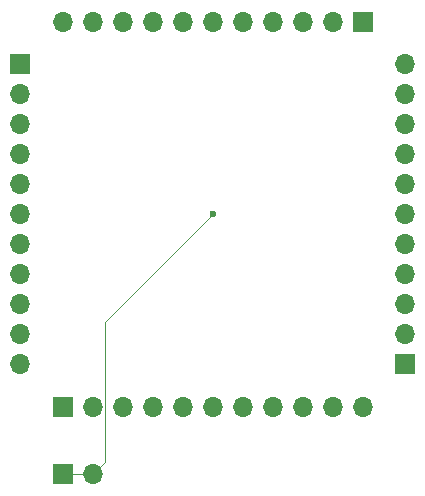
<source format=gbr>
%TF.GenerationSoftware,KiCad,Pcbnew,8.0.8*%
%TF.CreationDate,2025-02-12T12:16:00+09:00*%
%TF.ProjectId,OpenMPW-TR10,4f70656e-4d50-4572-9d54-5231302e6b69,rev?*%
%TF.SameCoordinates,Original*%
%TF.FileFunction,Copper,L2,Bot*%
%TF.FilePolarity,Positive*%
%FSLAX46Y46*%
G04 Gerber Fmt 4.6, Leading zero omitted, Abs format (unit mm)*
G04 Created by KiCad (PCBNEW 8.0.8) date 2025-02-12 12:16:00*
%MOMM*%
%LPD*%
G01*
G04 APERTURE LIST*
%TA.AperFunction,ComponentPad*%
%ADD10R,1.700000X1.700000*%
%TD*%
%TA.AperFunction,ComponentPad*%
%ADD11O,1.700000X1.700000*%
%TD*%
%TA.AperFunction,ViaPad*%
%ADD12C,0.600000*%
%TD*%
%TA.AperFunction,Conductor*%
%ADD13C,0.101600*%
%TD*%
G04 APERTURE END LIST*
D10*
%TO.P,J5,1,Pin_1*%
%TO.N,Net-(J5-Pin_1)*%
X137300000Y-122000000D03*
D11*
%TO.P,J5,2,Pin_2*%
X139840000Y-122000000D03*
%TD*%
D10*
%TO.P,J4,1,Pin_1*%
%TO.N,Net-(J4-Pin_1)*%
X133700000Y-87300000D03*
D11*
%TO.P,J4,2,Pin_2*%
%TO.N,Net-(J4-Pin_2)*%
X133700000Y-89840000D03*
%TO.P,J4,3,Pin_3*%
%TO.N,Net-(J4-Pin_3)*%
X133700000Y-92380000D03*
%TO.P,J4,4,Pin_4*%
%TO.N,Net-(J4-Pin_4)*%
X133700000Y-94920000D03*
%TO.P,J4,5,Pin_5*%
%TO.N,Net-(J4-Pin_5)*%
X133700000Y-97460000D03*
%TO.P,J4,6,Pin_6*%
%TO.N,Net-(J4-Pin_6)*%
X133700000Y-100000000D03*
%TO.P,J4,7,Pin_7*%
%TO.N,Net-(J4-Pin_7)*%
X133700000Y-102540000D03*
%TO.P,J4,8,Pin_8*%
%TO.N,Net-(J4-Pin_8)*%
X133700000Y-105080000D03*
%TO.P,J4,9,Pin_9*%
%TO.N,Net-(J4-Pin_9)*%
X133700000Y-107620000D03*
%TO.P,J4,10,Pin_10*%
%TO.N,Net-(J4-Pin_10)*%
X133700000Y-110160000D03*
%TO.P,J4,11,Pin_11*%
%TO.N,Net-(J4-Pin_11)*%
X133700000Y-112700000D03*
%TD*%
D10*
%TO.P,J2,1,Pin_1*%
%TO.N,Net-(J2-Pin_1)*%
X166300000Y-112700000D03*
D11*
%TO.P,J2,2,Pin_2*%
%TO.N,Net-(J2-Pin_2)*%
X166300000Y-110160000D03*
%TO.P,J2,3,Pin_3*%
%TO.N,Net-(J2-Pin_3)*%
X166300000Y-107620000D03*
%TO.P,J2,4,Pin_4*%
%TO.N,Net-(J2-Pin_4)*%
X166300000Y-105080000D03*
%TO.P,J2,5,Pin_5*%
%TO.N,Net-(J2-Pin_5)*%
X166300000Y-102540000D03*
%TO.P,J2,6,Pin_6*%
%TO.N,Net-(J2-Pin_6)*%
X166300000Y-100000000D03*
%TO.P,J2,7,Pin_7*%
%TO.N,Net-(J2-Pin_7)*%
X166300000Y-97460000D03*
%TO.P,J2,8,Pin_8*%
%TO.N,Net-(J2-Pin_8)*%
X166300000Y-94920000D03*
%TO.P,J2,9,Pin_9*%
%TO.N,Net-(J2-Pin_9)*%
X166300000Y-92380000D03*
%TO.P,J2,10,Pin_10*%
%TO.N,Net-(J2-Pin_10)*%
X166300000Y-89840000D03*
%TO.P,J2,11,Pin_11*%
%TO.N,Net-(J2-Pin_11)*%
X166300000Y-87300000D03*
%TD*%
D10*
%TO.P,J3,1,Pin_1*%
%TO.N,Net-(J3-Pin_1)*%
X162700000Y-83700000D03*
D11*
%TO.P,J3,2,Pin_2*%
%TO.N,Net-(J3-Pin_2)*%
X160160000Y-83700000D03*
%TO.P,J3,3,Pin_3*%
%TO.N,Net-(J3-Pin_3)*%
X157620000Y-83700000D03*
%TO.P,J3,4,Pin_4*%
%TO.N,Net-(J3-Pin_4)*%
X155080000Y-83700000D03*
%TO.P,J3,5,Pin_5*%
%TO.N,Net-(J3-Pin_5)*%
X152540000Y-83700000D03*
%TO.P,J3,6,Pin_6*%
%TO.N,Net-(J3-Pin_6)*%
X150000000Y-83700000D03*
%TO.P,J3,7,Pin_7*%
%TO.N,Net-(J3-Pin_7)*%
X147460000Y-83700000D03*
%TO.P,J3,8,Pin_8*%
%TO.N,Net-(J3-Pin_8)*%
X144920000Y-83700000D03*
%TO.P,J3,9,Pin_9*%
%TO.N,Net-(J3-Pin_9)*%
X142380000Y-83700000D03*
%TO.P,J3,10,Pin_10*%
%TO.N,Net-(J3-Pin_10)*%
X139840000Y-83700000D03*
%TO.P,J3,11,Pin_11*%
%TO.N,Net-(J3-Pin_11)*%
X137300000Y-83700000D03*
%TD*%
D10*
%TO.P,J1,1,Pin_1*%
%TO.N,Net-(J1-Pin_1)*%
X137300000Y-116300000D03*
D11*
%TO.P,J1,2,Pin_2*%
%TO.N,Net-(J1-Pin_2)*%
X139840000Y-116300000D03*
%TO.P,J1,3,Pin_3*%
%TO.N,Net-(J1-Pin_3)*%
X142380000Y-116300000D03*
%TO.P,J1,4,Pin_4*%
%TO.N,Net-(J1-Pin_4)*%
X144920000Y-116300000D03*
%TO.P,J1,5,Pin_5*%
%TO.N,Net-(J1-Pin_5)*%
X147460000Y-116300000D03*
%TO.P,J1,6,Pin_6*%
%TO.N,Net-(J1-Pin_6)*%
X150000000Y-116300000D03*
%TO.P,J1,7,Pin_7*%
%TO.N,Net-(J1-Pin_7)*%
X152540000Y-116300000D03*
%TO.P,J1,8,Pin_8*%
%TO.N,Net-(J1-Pin_8)*%
X155080000Y-116300000D03*
%TO.P,J1,9,Pin_9*%
%TO.N,Net-(J1-Pin_9)*%
X157620000Y-116300000D03*
%TO.P,J1,10,Pin_10*%
%TO.N,Net-(J1-Pin_10)*%
X160160000Y-116300000D03*
%TO.P,J1,11,Pin_11*%
%TO.N,Net-(J1-Pin_11)*%
X162700000Y-116300000D03*
%TD*%
D12*
%TO.N,Net-(J5-Pin_1)*%
X150000000Y-100000000D03*
%TD*%
D13*
%TO.N,Net-(J5-Pin_1)*%
X140842400Y-120997600D02*
X139840000Y-122000000D01*
X150000000Y-100000000D02*
X140842400Y-109157600D01*
X137300000Y-122000000D02*
X139840000Y-122000000D01*
X140842400Y-109157600D02*
X140842400Y-120997600D01*
%TD*%
M02*

</source>
